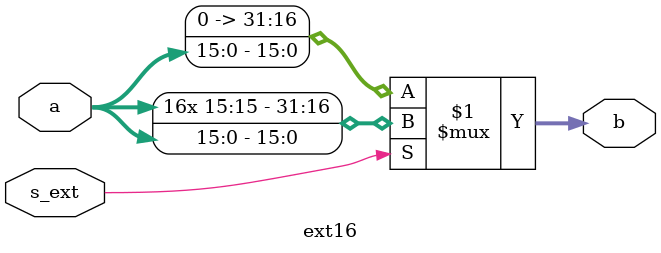
<source format=v>
`timescale 1ns / 1ps

module ext16#(parameter WIDTH =16)(
   input [WIDTH - 1:0] a,
   input s_ext,
   output [31:0] b
   );
   assign b=s_ext?{ { (32-WIDTH){a[WIDTH-1]}},a}:{16'b0,a};
endmodule

</source>
